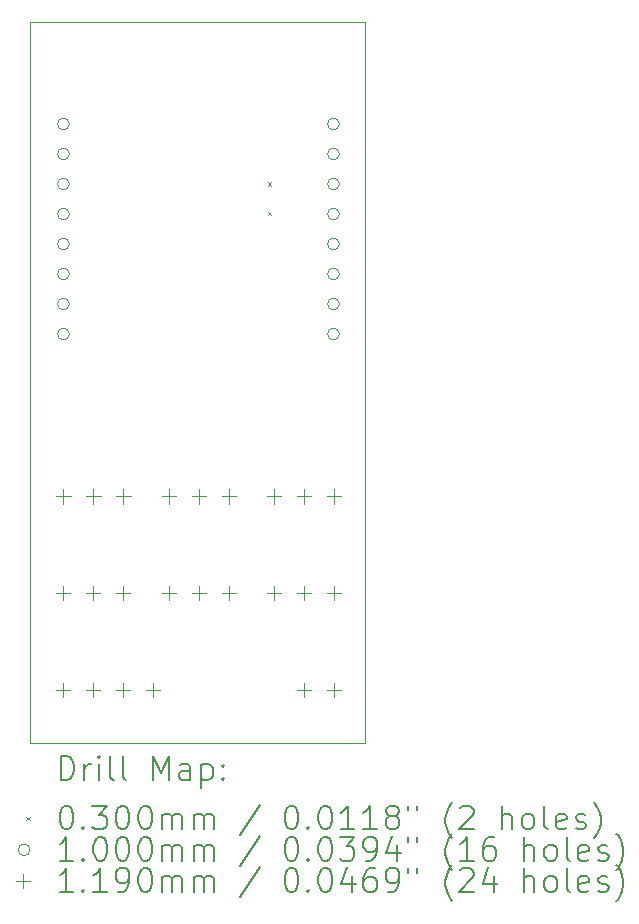
<source format=gbr>
%TF.GenerationSoftware,KiCad,Pcbnew,8.0.4*%
%TF.CreationDate,2024-07-25T20:39:49+02:00*%
%TF.ProjectId,hmmctrl,686d6d63-7472-46c2-9e6b-696361645f70,rev?*%
%TF.SameCoordinates,Original*%
%TF.FileFunction,Drillmap*%
%TF.FilePolarity,Positive*%
%FSLAX45Y45*%
G04 Gerber Fmt 4.5, Leading zero omitted, Abs format (unit mm)*
G04 Created by KiCad (PCBNEW 8.0.4) date 2024-07-25 20:39:49*
%MOMM*%
%LPD*%
G01*
G04 APERTURE LIST*
%ADD10C,0.050000*%
%ADD11C,0.200000*%
%ADD12C,0.100000*%
%ADD13C,0.119000*%
G04 APERTURE END LIST*
D10*
X8795000Y-2970000D02*
X11625000Y-2970000D01*
X11625000Y-9070000D01*
X8795000Y-9070000D01*
X8795000Y-2970000D01*
D11*
D12*
X10805000Y-4325000D02*
X10835000Y-4355000D01*
X10835000Y-4325000D02*
X10805000Y-4355000D01*
X10805000Y-4575000D02*
X10835000Y-4605000D01*
X10835000Y-4575000D02*
X10805000Y-4605000D01*
X9125500Y-3831000D02*
G75*
G02*
X9025500Y-3831000I-50000J0D01*
G01*
X9025500Y-3831000D02*
G75*
G02*
X9125500Y-3831000I50000J0D01*
G01*
X9125500Y-4085000D02*
G75*
G02*
X9025500Y-4085000I-50000J0D01*
G01*
X9025500Y-4085000D02*
G75*
G02*
X9125500Y-4085000I50000J0D01*
G01*
X9125500Y-4339000D02*
G75*
G02*
X9025500Y-4339000I-50000J0D01*
G01*
X9025500Y-4339000D02*
G75*
G02*
X9125500Y-4339000I50000J0D01*
G01*
X9125500Y-4593000D02*
G75*
G02*
X9025500Y-4593000I-50000J0D01*
G01*
X9025500Y-4593000D02*
G75*
G02*
X9125500Y-4593000I50000J0D01*
G01*
X9125500Y-4847000D02*
G75*
G02*
X9025500Y-4847000I-50000J0D01*
G01*
X9025500Y-4847000D02*
G75*
G02*
X9125500Y-4847000I50000J0D01*
G01*
X9125500Y-5101000D02*
G75*
G02*
X9025500Y-5101000I-50000J0D01*
G01*
X9025500Y-5101000D02*
G75*
G02*
X9125500Y-5101000I50000J0D01*
G01*
X9125500Y-5355000D02*
G75*
G02*
X9025500Y-5355000I-50000J0D01*
G01*
X9025500Y-5355000D02*
G75*
G02*
X9125500Y-5355000I50000J0D01*
G01*
X9125500Y-5609000D02*
G75*
G02*
X9025500Y-5609000I-50000J0D01*
G01*
X9025500Y-5609000D02*
G75*
G02*
X9125500Y-5609000I50000J0D01*
G01*
X11411500Y-3831000D02*
G75*
G02*
X11311500Y-3831000I-50000J0D01*
G01*
X11311500Y-3831000D02*
G75*
G02*
X11411500Y-3831000I50000J0D01*
G01*
X11411500Y-4085000D02*
G75*
G02*
X11311500Y-4085000I-50000J0D01*
G01*
X11311500Y-4085000D02*
G75*
G02*
X11411500Y-4085000I50000J0D01*
G01*
X11411500Y-4339000D02*
G75*
G02*
X11311500Y-4339000I-50000J0D01*
G01*
X11311500Y-4339000D02*
G75*
G02*
X11411500Y-4339000I50000J0D01*
G01*
X11411500Y-4593000D02*
G75*
G02*
X11311500Y-4593000I-50000J0D01*
G01*
X11311500Y-4593000D02*
G75*
G02*
X11411500Y-4593000I50000J0D01*
G01*
X11411500Y-4847000D02*
G75*
G02*
X11311500Y-4847000I-50000J0D01*
G01*
X11311500Y-4847000D02*
G75*
G02*
X11411500Y-4847000I50000J0D01*
G01*
X11411500Y-5101000D02*
G75*
G02*
X11311500Y-5101000I-50000J0D01*
G01*
X11311500Y-5101000D02*
G75*
G02*
X11411500Y-5101000I50000J0D01*
G01*
X11411500Y-5355000D02*
G75*
G02*
X11311500Y-5355000I-50000J0D01*
G01*
X11311500Y-5355000D02*
G75*
G02*
X11411500Y-5355000I50000J0D01*
G01*
X11411500Y-5609000D02*
G75*
G02*
X11311500Y-5609000I-50000J0D01*
G01*
X11311500Y-5609000D02*
G75*
G02*
X11411500Y-5609000I50000J0D01*
G01*
D13*
X9073000Y-8563500D02*
X9073000Y-8682500D01*
X9013500Y-8623000D02*
X9132500Y-8623000D01*
X9075000Y-7745500D02*
X9075000Y-7864500D01*
X9015500Y-7805000D02*
X9134500Y-7805000D01*
X9076000Y-6925500D02*
X9076000Y-7044500D01*
X9016500Y-6985000D02*
X9135500Y-6985000D01*
X9327000Y-8563500D02*
X9327000Y-8682500D01*
X9267500Y-8623000D02*
X9386500Y-8623000D01*
X9329000Y-7745500D02*
X9329000Y-7864500D01*
X9269500Y-7805000D02*
X9388500Y-7805000D01*
X9330000Y-6925500D02*
X9330000Y-7044500D01*
X9270500Y-6985000D02*
X9389500Y-6985000D01*
X9581000Y-8563500D02*
X9581000Y-8682500D01*
X9521500Y-8623000D02*
X9640500Y-8623000D01*
X9583000Y-7745500D02*
X9583000Y-7864500D01*
X9523500Y-7805000D02*
X9642500Y-7805000D01*
X9584000Y-6925500D02*
X9584000Y-7044500D01*
X9524500Y-6985000D02*
X9643500Y-6985000D01*
X9835000Y-8563500D02*
X9835000Y-8682500D01*
X9775500Y-8623000D02*
X9894500Y-8623000D01*
X9967000Y-6925500D02*
X9967000Y-7044500D01*
X9907500Y-6985000D02*
X10026500Y-6985000D01*
X9967500Y-7745500D02*
X9967500Y-7864500D01*
X9908000Y-7805000D02*
X10027000Y-7805000D01*
X10221000Y-6925500D02*
X10221000Y-7044500D01*
X10161500Y-6985000D02*
X10280500Y-6985000D01*
X10221500Y-7745500D02*
X10221500Y-7864500D01*
X10162000Y-7805000D02*
X10281000Y-7805000D01*
X10475000Y-6925500D02*
X10475000Y-7044500D01*
X10415500Y-6985000D02*
X10534500Y-6985000D01*
X10475500Y-7745500D02*
X10475500Y-7864500D01*
X10416000Y-7805000D02*
X10535000Y-7805000D01*
X10860000Y-7746000D02*
X10860000Y-7865000D01*
X10800500Y-7805500D02*
X10919500Y-7805500D01*
X10862000Y-6925500D02*
X10862000Y-7044500D01*
X10802500Y-6985000D02*
X10921500Y-6985000D01*
X11114000Y-7746000D02*
X11114000Y-7865000D01*
X11054500Y-7805500D02*
X11173500Y-7805500D01*
X11116000Y-6925500D02*
X11116000Y-7044500D01*
X11056500Y-6985000D02*
X11175500Y-6985000D01*
X11116000Y-8563500D02*
X11116000Y-8682500D01*
X11056500Y-8623000D02*
X11175500Y-8623000D01*
X11368000Y-7746000D02*
X11368000Y-7865000D01*
X11308500Y-7805500D02*
X11427500Y-7805500D01*
X11370000Y-6925500D02*
X11370000Y-7044500D01*
X11310500Y-6985000D02*
X11429500Y-6985000D01*
X11370000Y-8563500D02*
X11370000Y-8682500D01*
X11310500Y-8623000D02*
X11429500Y-8623000D01*
D11*
X9053277Y-9383984D02*
X9053277Y-9183984D01*
X9053277Y-9183984D02*
X9100896Y-9183984D01*
X9100896Y-9183984D02*
X9129467Y-9193508D01*
X9129467Y-9193508D02*
X9148515Y-9212555D01*
X9148515Y-9212555D02*
X9158039Y-9231603D01*
X9158039Y-9231603D02*
X9167563Y-9269698D01*
X9167563Y-9269698D02*
X9167563Y-9298270D01*
X9167563Y-9298270D02*
X9158039Y-9336365D01*
X9158039Y-9336365D02*
X9148515Y-9355412D01*
X9148515Y-9355412D02*
X9129467Y-9374460D01*
X9129467Y-9374460D02*
X9100896Y-9383984D01*
X9100896Y-9383984D02*
X9053277Y-9383984D01*
X9253277Y-9383984D02*
X9253277Y-9250650D01*
X9253277Y-9288746D02*
X9262801Y-9269698D01*
X9262801Y-9269698D02*
X9272324Y-9260174D01*
X9272324Y-9260174D02*
X9291372Y-9250650D01*
X9291372Y-9250650D02*
X9310420Y-9250650D01*
X9377086Y-9383984D02*
X9377086Y-9250650D01*
X9377086Y-9183984D02*
X9367563Y-9193508D01*
X9367563Y-9193508D02*
X9377086Y-9203031D01*
X9377086Y-9203031D02*
X9386610Y-9193508D01*
X9386610Y-9193508D02*
X9377086Y-9183984D01*
X9377086Y-9183984D02*
X9377086Y-9203031D01*
X9500896Y-9383984D02*
X9481848Y-9374460D01*
X9481848Y-9374460D02*
X9472324Y-9355412D01*
X9472324Y-9355412D02*
X9472324Y-9183984D01*
X9605658Y-9383984D02*
X9586610Y-9374460D01*
X9586610Y-9374460D02*
X9577086Y-9355412D01*
X9577086Y-9355412D02*
X9577086Y-9183984D01*
X9834229Y-9383984D02*
X9834229Y-9183984D01*
X9834229Y-9183984D02*
X9900896Y-9326841D01*
X9900896Y-9326841D02*
X9967563Y-9183984D01*
X9967563Y-9183984D02*
X9967563Y-9383984D01*
X10148515Y-9383984D02*
X10148515Y-9279222D01*
X10148515Y-9279222D02*
X10138991Y-9260174D01*
X10138991Y-9260174D02*
X10119944Y-9250650D01*
X10119944Y-9250650D02*
X10081848Y-9250650D01*
X10081848Y-9250650D02*
X10062801Y-9260174D01*
X10148515Y-9374460D02*
X10129467Y-9383984D01*
X10129467Y-9383984D02*
X10081848Y-9383984D01*
X10081848Y-9383984D02*
X10062801Y-9374460D01*
X10062801Y-9374460D02*
X10053277Y-9355412D01*
X10053277Y-9355412D02*
X10053277Y-9336365D01*
X10053277Y-9336365D02*
X10062801Y-9317317D01*
X10062801Y-9317317D02*
X10081848Y-9307793D01*
X10081848Y-9307793D02*
X10129467Y-9307793D01*
X10129467Y-9307793D02*
X10148515Y-9298270D01*
X10243753Y-9250650D02*
X10243753Y-9450650D01*
X10243753Y-9260174D02*
X10262801Y-9250650D01*
X10262801Y-9250650D02*
X10300896Y-9250650D01*
X10300896Y-9250650D02*
X10319944Y-9260174D01*
X10319944Y-9260174D02*
X10329467Y-9269698D01*
X10329467Y-9269698D02*
X10338991Y-9288746D01*
X10338991Y-9288746D02*
X10338991Y-9345889D01*
X10338991Y-9345889D02*
X10329467Y-9364936D01*
X10329467Y-9364936D02*
X10319944Y-9374460D01*
X10319944Y-9374460D02*
X10300896Y-9383984D01*
X10300896Y-9383984D02*
X10262801Y-9383984D01*
X10262801Y-9383984D02*
X10243753Y-9374460D01*
X10424705Y-9364936D02*
X10434229Y-9374460D01*
X10434229Y-9374460D02*
X10424705Y-9383984D01*
X10424705Y-9383984D02*
X10415182Y-9374460D01*
X10415182Y-9374460D02*
X10424705Y-9364936D01*
X10424705Y-9364936D02*
X10424705Y-9383984D01*
X10424705Y-9260174D02*
X10434229Y-9269698D01*
X10434229Y-9269698D02*
X10424705Y-9279222D01*
X10424705Y-9279222D02*
X10415182Y-9269698D01*
X10415182Y-9269698D02*
X10424705Y-9260174D01*
X10424705Y-9260174D02*
X10424705Y-9279222D01*
D12*
X8762500Y-9697500D02*
X8792500Y-9727500D01*
X8792500Y-9697500D02*
X8762500Y-9727500D01*
D11*
X9091372Y-9603984D02*
X9110420Y-9603984D01*
X9110420Y-9603984D02*
X9129467Y-9613508D01*
X9129467Y-9613508D02*
X9138991Y-9623031D01*
X9138991Y-9623031D02*
X9148515Y-9642079D01*
X9148515Y-9642079D02*
X9158039Y-9680174D01*
X9158039Y-9680174D02*
X9158039Y-9727793D01*
X9158039Y-9727793D02*
X9148515Y-9765889D01*
X9148515Y-9765889D02*
X9138991Y-9784936D01*
X9138991Y-9784936D02*
X9129467Y-9794460D01*
X9129467Y-9794460D02*
X9110420Y-9803984D01*
X9110420Y-9803984D02*
X9091372Y-9803984D01*
X9091372Y-9803984D02*
X9072324Y-9794460D01*
X9072324Y-9794460D02*
X9062801Y-9784936D01*
X9062801Y-9784936D02*
X9053277Y-9765889D01*
X9053277Y-9765889D02*
X9043753Y-9727793D01*
X9043753Y-9727793D02*
X9043753Y-9680174D01*
X9043753Y-9680174D02*
X9053277Y-9642079D01*
X9053277Y-9642079D02*
X9062801Y-9623031D01*
X9062801Y-9623031D02*
X9072324Y-9613508D01*
X9072324Y-9613508D02*
X9091372Y-9603984D01*
X9243753Y-9784936D02*
X9253277Y-9794460D01*
X9253277Y-9794460D02*
X9243753Y-9803984D01*
X9243753Y-9803984D02*
X9234229Y-9794460D01*
X9234229Y-9794460D02*
X9243753Y-9784936D01*
X9243753Y-9784936D02*
X9243753Y-9803984D01*
X9319944Y-9603984D02*
X9443753Y-9603984D01*
X9443753Y-9603984D02*
X9377086Y-9680174D01*
X9377086Y-9680174D02*
X9405658Y-9680174D01*
X9405658Y-9680174D02*
X9424705Y-9689698D01*
X9424705Y-9689698D02*
X9434229Y-9699222D01*
X9434229Y-9699222D02*
X9443753Y-9718270D01*
X9443753Y-9718270D02*
X9443753Y-9765889D01*
X9443753Y-9765889D02*
X9434229Y-9784936D01*
X9434229Y-9784936D02*
X9424705Y-9794460D01*
X9424705Y-9794460D02*
X9405658Y-9803984D01*
X9405658Y-9803984D02*
X9348515Y-9803984D01*
X9348515Y-9803984D02*
X9329467Y-9794460D01*
X9329467Y-9794460D02*
X9319944Y-9784936D01*
X9567563Y-9603984D02*
X9586610Y-9603984D01*
X9586610Y-9603984D02*
X9605658Y-9613508D01*
X9605658Y-9613508D02*
X9615182Y-9623031D01*
X9615182Y-9623031D02*
X9624705Y-9642079D01*
X9624705Y-9642079D02*
X9634229Y-9680174D01*
X9634229Y-9680174D02*
X9634229Y-9727793D01*
X9634229Y-9727793D02*
X9624705Y-9765889D01*
X9624705Y-9765889D02*
X9615182Y-9784936D01*
X9615182Y-9784936D02*
X9605658Y-9794460D01*
X9605658Y-9794460D02*
X9586610Y-9803984D01*
X9586610Y-9803984D02*
X9567563Y-9803984D01*
X9567563Y-9803984D02*
X9548515Y-9794460D01*
X9548515Y-9794460D02*
X9538991Y-9784936D01*
X9538991Y-9784936D02*
X9529467Y-9765889D01*
X9529467Y-9765889D02*
X9519944Y-9727793D01*
X9519944Y-9727793D02*
X9519944Y-9680174D01*
X9519944Y-9680174D02*
X9529467Y-9642079D01*
X9529467Y-9642079D02*
X9538991Y-9623031D01*
X9538991Y-9623031D02*
X9548515Y-9613508D01*
X9548515Y-9613508D02*
X9567563Y-9603984D01*
X9758039Y-9603984D02*
X9777086Y-9603984D01*
X9777086Y-9603984D02*
X9796134Y-9613508D01*
X9796134Y-9613508D02*
X9805658Y-9623031D01*
X9805658Y-9623031D02*
X9815182Y-9642079D01*
X9815182Y-9642079D02*
X9824705Y-9680174D01*
X9824705Y-9680174D02*
X9824705Y-9727793D01*
X9824705Y-9727793D02*
X9815182Y-9765889D01*
X9815182Y-9765889D02*
X9805658Y-9784936D01*
X9805658Y-9784936D02*
X9796134Y-9794460D01*
X9796134Y-9794460D02*
X9777086Y-9803984D01*
X9777086Y-9803984D02*
X9758039Y-9803984D01*
X9758039Y-9803984D02*
X9738991Y-9794460D01*
X9738991Y-9794460D02*
X9729467Y-9784936D01*
X9729467Y-9784936D02*
X9719944Y-9765889D01*
X9719944Y-9765889D02*
X9710420Y-9727793D01*
X9710420Y-9727793D02*
X9710420Y-9680174D01*
X9710420Y-9680174D02*
X9719944Y-9642079D01*
X9719944Y-9642079D02*
X9729467Y-9623031D01*
X9729467Y-9623031D02*
X9738991Y-9613508D01*
X9738991Y-9613508D02*
X9758039Y-9603984D01*
X9910420Y-9803984D02*
X9910420Y-9670650D01*
X9910420Y-9689698D02*
X9919944Y-9680174D01*
X9919944Y-9680174D02*
X9938991Y-9670650D01*
X9938991Y-9670650D02*
X9967563Y-9670650D01*
X9967563Y-9670650D02*
X9986610Y-9680174D01*
X9986610Y-9680174D02*
X9996134Y-9699222D01*
X9996134Y-9699222D02*
X9996134Y-9803984D01*
X9996134Y-9699222D02*
X10005658Y-9680174D01*
X10005658Y-9680174D02*
X10024705Y-9670650D01*
X10024705Y-9670650D02*
X10053277Y-9670650D01*
X10053277Y-9670650D02*
X10072325Y-9680174D01*
X10072325Y-9680174D02*
X10081848Y-9699222D01*
X10081848Y-9699222D02*
X10081848Y-9803984D01*
X10177086Y-9803984D02*
X10177086Y-9670650D01*
X10177086Y-9689698D02*
X10186610Y-9680174D01*
X10186610Y-9680174D02*
X10205658Y-9670650D01*
X10205658Y-9670650D02*
X10234229Y-9670650D01*
X10234229Y-9670650D02*
X10253277Y-9680174D01*
X10253277Y-9680174D02*
X10262801Y-9699222D01*
X10262801Y-9699222D02*
X10262801Y-9803984D01*
X10262801Y-9699222D02*
X10272325Y-9680174D01*
X10272325Y-9680174D02*
X10291372Y-9670650D01*
X10291372Y-9670650D02*
X10319944Y-9670650D01*
X10319944Y-9670650D02*
X10338991Y-9680174D01*
X10338991Y-9680174D02*
X10348515Y-9699222D01*
X10348515Y-9699222D02*
X10348515Y-9803984D01*
X10738991Y-9594460D02*
X10567563Y-9851603D01*
X10996134Y-9603984D02*
X11015182Y-9603984D01*
X11015182Y-9603984D02*
X11034229Y-9613508D01*
X11034229Y-9613508D02*
X11043753Y-9623031D01*
X11043753Y-9623031D02*
X11053277Y-9642079D01*
X11053277Y-9642079D02*
X11062801Y-9680174D01*
X11062801Y-9680174D02*
X11062801Y-9727793D01*
X11062801Y-9727793D02*
X11053277Y-9765889D01*
X11053277Y-9765889D02*
X11043753Y-9784936D01*
X11043753Y-9784936D02*
X11034229Y-9794460D01*
X11034229Y-9794460D02*
X11015182Y-9803984D01*
X11015182Y-9803984D02*
X10996134Y-9803984D01*
X10996134Y-9803984D02*
X10977087Y-9794460D01*
X10977087Y-9794460D02*
X10967563Y-9784936D01*
X10967563Y-9784936D02*
X10958039Y-9765889D01*
X10958039Y-9765889D02*
X10948515Y-9727793D01*
X10948515Y-9727793D02*
X10948515Y-9680174D01*
X10948515Y-9680174D02*
X10958039Y-9642079D01*
X10958039Y-9642079D02*
X10967563Y-9623031D01*
X10967563Y-9623031D02*
X10977087Y-9613508D01*
X10977087Y-9613508D02*
X10996134Y-9603984D01*
X11148515Y-9784936D02*
X11158039Y-9794460D01*
X11158039Y-9794460D02*
X11148515Y-9803984D01*
X11148515Y-9803984D02*
X11138991Y-9794460D01*
X11138991Y-9794460D02*
X11148515Y-9784936D01*
X11148515Y-9784936D02*
X11148515Y-9803984D01*
X11281848Y-9603984D02*
X11300896Y-9603984D01*
X11300896Y-9603984D02*
X11319944Y-9613508D01*
X11319944Y-9613508D02*
X11329467Y-9623031D01*
X11329467Y-9623031D02*
X11338991Y-9642079D01*
X11338991Y-9642079D02*
X11348515Y-9680174D01*
X11348515Y-9680174D02*
X11348515Y-9727793D01*
X11348515Y-9727793D02*
X11338991Y-9765889D01*
X11338991Y-9765889D02*
X11329467Y-9784936D01*
X11329467Y-9784936D02*
X11319944Y-9794460D01*
X11319944Y-9794460D02*
X11300896Y-9803984D01*
X11300896Y-9803984D02*
X11281848Y-9803984D01*
X11281848Y-9803984D02*
X11262801Y-9794460D01*
X11262801Y-9794460D02*
X11253277Y-9784936D01*
X11253277Y-9784936D02*
X11243753Y-9765889D01*
X11243753Y-9765889D02*
X11234229Y-9727793D01*
X11234229Y-9727793D02*
X11234229Y-9680174D01*
X11234229Y-9680174D02*
X11243753Y-9642079D01*
X11243753Y-9642079D02*
X11253277Y-9623031D01*
X11253277Y-9623031D02*
X11262801Y-9613508D01*
X11262801Y-9613508D02*
X11281848Y-9603984D01*
X11538991Y-9803984D02*
X11424706Y-9803984D01*
X11481848Y-9803984D02*
X11481848Y-9603984D01*
X11481848Y-9603984D02*
X11462801Y-9632555D01*
X11462801Y-9632555D02*
X11443753Y-9651603D01*
X11443753Y-9651603D02*
X11424706Y-9661127D01*
X11729467Y-9803984D02*
X11615182Y-9803984D01*
X11672325Y-9803984D02*
X11672325Y-9603984D01*
X11672325Y-9603984D02*
X11653277Y-9632555D01*
X11653277Y-9632555D02*
X11634229Y-9651603D01*
X11634229Y-9651603D02*
X11615182Y-9661127D01*
X11843753Y-9689698D02*
X11824706Y-9680174D01*
X11824706Y-9680174D02*
X11815182Y-9670650D01*
X11815182Y-9670650D02*
X11805658Y-9651603D01*
X11805658Y-9651603D02*
X11805658Y-9642079D01*
X11805658Y-9642079D02*
X11815182Y-9623031D01*
X11815182Y-9623031D02*
X11824706Y-9613508D01*
X11824706Y-9613508D02*
X11843753Y-9603984D01*
X11843753Y-9603984D02*
X11881848Y-9603984D01*
X11881848Y-9603984D02*
X11900896Y-9613508D01*
X11900896Y-9613508D02*
X11910420Y-9623031D01*
X11910420Y-9623031D02*
X11919944Y-9642079D01*
X11919944Y-9642079D02*
X11919944Y-9651603D01*
X11919944Y-9651603D02*
X11910420Y-9670650D01*
X11910420Y-9670650D02*
X11900896Y-9680174D01*
X11900896Y-9680174D02*
X11881848Y-9689698D01*
X11881848Y-9689698D02*
X11843753Y-9689698D01*
X11843753Y-9689698D02*
X11824706Y-9699222D01*
X11824706Y-9699222D02*
X11815182Y-9708746D01*
X11815182Y-9708746D02*
X11805658Y-9727793D01*
X11805658Y-9727793D02*
X11805658Y-9765889D01*
X11805658Y-9765889D02*
X11815182Y-9784936D01*
X11815182Y-9784936D02*
X11824706Y-9794460D01*
X11824706Y-9794460D02*
X11843753Y-9803984D01*
X11843753Y-9803984D02*
X11881848Y-9803984D01*
X11881848Y-9803984D02*
X11900896Y-9794460D01*
X11900896Y-9794460D02*
X11910420Y-9784936D01*
X11910420Y-9784936D02*
X11919944Y-9765889D01*
X11919944Y-9765889D02*
X11919944Y-9727793D01*
X11919944Y-9727793D02*
X11910420Y-9708746D01*
X11910420Y-9708746D02*
X11900896Y-9699222D01*
X11900896Y-9699222D02*
X11881848Y-9689698D01*
X11996134Y-9603984D02*
X11996134Y-9642079D01*
X12072325Y-9603984D02*
X12072325Y-9642079D01*
X12367563Y-9880174D02*
X12358039Y-9870650D01*
X12358039Y-9870650D02*
X12338991Y-9842079D01*
X12338991Y-9842079D02*
X12329468Y-9823031D01*
X12329468Y-9823031D02*
X12319944Y-9794460D01*
X12319944Y-9794460D02*
X12310420Y-9746841D01*
X12310420Y-9746841D02*
X12310420Y-9708746D01*
X12310420Y-9708746D02*
X12319944Y-9661127D01*
X12319944Y-9661127D02*
X12329468Y-9632555D01*
X12329468Y-9632555D02*
X12338991Y-9613508D01*
X12338991Y-9613508D02*
X12358039Y-9584936D01*
X12358039Y-9584936D02*
X12367563Y-9575412D01*
X12434229Y-9623031D02*
X12443753Y-9613508D01*
X12443753Y-9613508D02*
X12462801Y-9603984D01*
X12462801Y-9603984D02*
X12510420Y-9603984D01*
X12510420Y-9603984D02*
X12529468Y-9613508D01*
X12529468Y-9613508D02*
X12538991Y-9623031D01*
X12538991Y-9623031D02*
X12548515Y-9642079D01*
X12548515Y-9642079D02*
X12548515Y-9661127D01*
X12548515Y-9661127D02*
X12538991Y-9689698D01*
X12538991Y-9689698D02*
X12424706Y-9803984D01*
X12424706Y-9803984D02*
X12548515Y-9803984D01*
X12786610Y-9803984D02*
X12786610Y-9603984D01*
X12872325Y-9803984D02*
X12872325Y-9699222D01*
X12872325Y-9699222D02*
X12862801Y-9680174D01*
X12862801Y-9680174D02*
X12843753Y-9670650D01*
X12843753Y-9670650D02*
X12815182Y-9670650D01*
X12815182Y-9670650D02*
X12796134Y-9680174D01*
X12796134Y-9680174D02*
X12786610Y-9689698D01*
X12996134Y-9803984D02*
X12977087Y-9794460D01*
X12977087Y-9794460D02*
X12967563Y-9784936D01*
X12967563Y-9784936D02*
X12958039Y-9765889D01*
X12958039Y-9765889D02*
X12958039Y-9708746D01*
X12958039Y-9708746D02*
X12967563Y-9689698D01*
X12967563Y-9689698D02*
X12977087Y-9680174D01*
X12977087Y-9680174D02*
X12996134Y-9670650D01*
X12996134Y-9670650D02*
X13024706Y-9670650D01*
X13024706Y-9670650D02*
X13043753Y-9680174D01*
X13043753Y-9680174D02*
X13053277Y-9689698D01*
X13053277Y-9689698D02*
X13062801Y-9708746D01*
X13062801Y-9708746D02*
X13062801Y-9765889D01*
X13062801Y-9765889D02*
X13053277Y-9784936D01*
X13053277Y-9784936D02*
X13043753Y-9794460D01*
X13043753Y-9794460D02*
X13024706Y-9803984D01*
X13024706Y-9803984D02*
X12996134Y-9803984D01*
X13177087Y-9803984D02*
X13158039Y-9794460D01*
X13158039Y-9794460D02*
X13148515Y-9775412D01*
X13148515Y-9775412D02*
X13148515Y-9603984D01*
X13329468Y-9794460D02*
X13310420Y-9803984D01*
X13310420Y-9803984D02*
X13272325Y-9803984D01*
X13272325Y-9803984D02*
X13253277Y-9794460D01*
X13253277Y-9794460D02*
X13243753Y-9775412D01*
X13243753Y-9775412D02*
X13243753Y-9699222D01*
X13243753Y-9699222D02*
X13253277Y-9680174D01*
X13253277Y-9680174D02*
X13272325Y-9670650D01*
X13272325Y-9670650D02*
X13310420Y-9670650D01*
X13310420Y-9670650D02*
X13329468Y-9680174D01*
X13329468Y-9680174D02*
X13338991Y-9699222D01*
X13338991Y-9699222D02*
X13338991Y-9718270D01*
X13338991Y-9718270D02*
X13243753Y-9737317D01*
X13415182Y-9794460D02*
X13434230Y-9803984D01*
X13434230Y-9803984D02*
X13472325Y-9803984D01*
X13472325Y-9803984D02*
X13491372Y-9794460D01*
X13491372Y-9794460D02*
X13500896Y-9775412D01*
X13500896Y-9775412D02*
X13500896Y-9765889D01*
X13500896Y-9765889D02*
X13491372Y-9746841D01*
X13491372Y-9746841D02*
X13472325Y-9737317D01*
X13472325Y-9737317D02*
X13443753Y-9737317D01*
X13443753Y-9737317D02*
X13424706Y-9727793D01*
X13424706Y-9727793D02*
X13415182Y-9708746D01*
X13415182Y-9708746D02*
X13415182Y-9699222D01*
X13415182Y-9699222D02*
X13424706Y-9680174D01*
X13424706Y-9680174D02*
X13443753Y-9670650D01*
X13443753Y-9670650D02*
X13472325Y-9670650D01*
X13472325Y-9670650D02*
X13491372Y-9680174D01*
X13567563Y-9880174D02*
X13577087Y-9870650D01*
X13577087Y-9870650D02*
X13596134Y-9842079D01*
X13596134Y-9842079D02*
X13605658Y-9823031D01*
X13605658Y-9823031D02*
X13615182Y-9794460D01*
X13615182Y-9794460D02*
X13624706Y-9746841D01*
X13624706Y-9746841D02*
X13624706Y-9708746D01*
X13624706Y-9708746D02*
X13615182Y-9661127D01*
X13615182Y-9661127D02*
X13605658Y-9632555D01*
X13605658Y-9632555D02*
X13596134Y-9613508D01*
X13596134Y-9613508D02*
X13577087Y-9584936D01*
X13577087Y-9584936D02*
X13567563Y-9575412D01*
D12*
X8792500Y-9976500D02*
G75*
G02*
X8692500Y-9976500I-50000J0D01*
G01*
X8692500Y-9976500D02*
G75*
G02*
X8792500Y-9976500I50000J0D01*
G01*
D11*
X9158039Y-10067984D02*
X9043753Y-10067984D01*
X9100896Y-10067984D02*
X9100896Y-9867984D01*
X9100896Y-9867984D02*
X9081848Y-9896555D01*
X9081848Y-9896555D02*
X9062801Y-9915603D01*
X9062801Y-9915603D02*
X9043753Y-9925127D01*
X9243753Y-10048936D02*
X9253277Y-10058460D01*
X9253277Y-10058460D02*
X9243753Y-10067984D01*
X9243753Y-10067984D02*
X9234229Y-10058460D01*
X9234229Y-10058460D02*
X9243753Y-10048936D01*
X9243753Y-10048936D02*
X9243753Y-10067984D01*
X9377086Y-9867984D02*
X9396134Y-9867984D01*
X9396134Y-9867984D02*
X9415182Y-9877508D01*
X9415182Y-9877508D02*
X9424705Y-9887031D01*
X9424705Y-9887031D02*
X9434229Y-9906079D01*
X9434229Y-9906079D02*
X9443753Y-9944174D01*
X9443753Y-9944174D02*
X9443753Y-9991793D01*
X9443753Y-9991793D02*
X9434229Y-10029889D01*
X9434229Y-10029889D02*
X9424705Y-10048936D01*
X9424705Y-10048936D02*
X9415182Y-10058460D01*
X9415182Y-10058460D02*
X9396134Y-10067984D01*
X9396134Y-10067984D02*
X9377086Y-10067984D01*
X9377086Y-10067984D02*
X9358039Y-10058460D01*
X9358039Y-10058460D02*
X9348515Y-10048936D01*
X9348515Y-10048936D02*
X9338991Y-10029889D01*
X9338991Y-10029889D02*
X9329467Y-9991793D01*
X9329467Y-9991793D02*
X9329467Y-9944174D01*
X9329467Y-9944174D02*
X9338991Y-9906079D01*
X9338991Y-9906079D02*
X9348515Y-9887031D01*
X9348515Y-9887031D02*
X9358039Y-9877508D01*
X9358039Y-9877508D02*
X9377086Y-9867984D01*
X9567563Y-9867984D02*
X9586610Y-9867984D01*
X9586610Y-9867984D02*
X9605658Y-9877508D01*
X9605658Y-9877508D02*
X9615182Y-9887031D01*
X9615182Y-9887031D02*
X9624705Y-9906079D01*
X9624705Y-9906079D02*
X9634229Y-9944174D01*
X9634229Y-9944174D02*
X9634229Y-9991793D01*
X9634229Y-9991793D02*
X9624705Y-10029889D01*
X9624705Y-10029889D02*
X9615182Y-10048936D01*
X9615182Y-10048936D02*
X9605658Y-10058460D01*
X9605658Y-10058460D02*
X9586610Y-10067984D01*
X9586610Y-10067984D02*
X9567563Y-10067984D01*
X9567563Y-10067984D02*
X9548515Y-10058460D01*
X9548515Y-10058460D02*
X9538991Y-10048936D01*
X9538991Y-10048936D02*
X9529467Y-10029889D01*
X9529467Y-10029889D02*
X9519944Y-9991793D01*
X9519944Y-9991793D02*
X9519944Y-9944174D01*
X9519944Y-9944174D02*
X9529467Y-9906079D01*
X9529467Y-9906079D02*
X9538991Y-9887031D01*
X9538991Y-9887031D02*
X9548515Y-9877508D01*
X9548515Y-9877508D02*
X9567563Y-9867984D01*
X9758039Y-9867984D02*
X9777086Y-9867984D01*
X9777086Y-9867984D02*
X9796134Y-9877508D01*
X9796134Y-9877508D02*
X9805658Y-9887031D01*
X9805658Y-9887031D02*
X9815182Y-9906079D01*
X9815182Y-9906079D02*
X9824705Y-9944174D01*
X9824705Y-9944174D02*
X9824705Y-9991793D01*
X9824705Y-9991793D02*
X9815182Y-10029889D01*
X9815182Y-10029889D02*
X9805658Y-10048936D01*
X9805658Y-10048936D02*
X9796134Y-10058460D01*
X9796134Y-10058460D02*
X9777086Y-10067984D01*
X9777086Y-10067984D02*
X9758039Y-10067984D01*
X9758039Y-10067984D02*
X9738991Y-10058460D01*
X9738991Y-10058460D02*
X9729467Y-10048936D01*
X9729467Y-10048936D02*
X9719944Y-10029889D01*
X9719944Y-10029889D02*
X9710420Y-9991793D01*
X9710420Y-9991793D02*
X9710420Y-9944174D01*
X9710420Y-9944174D02*
X9719944Y-9906079D01*
X9719944Y-9906079D02*
X9729467Y-9887031D01*
X9729467Y-9887031D02*
X9738991Y-9877508D01*
X9738991Y-9877508D02*
X9758039Y-9867984D01*
X9910420Y-10067984D02*
X9910420Y-9934650D01*
X9910420Y-9953698D02*
X9919944Y-9944174D01*
X9919944Y-9944174D02*
X9938991Y-9934650D01*
X9938991Y-9934650D02*
X9967563Y-9934650D01*
X9967563Y-9934650D02*
X9986610Y-9944174D01*
X9986610Y-9944174D02*
X9996134Y-9963222D01*
X9996134Y-9963222D02*
X9996134Y-10067984D01*
X9996134Y-9963222D02*
X10005658Y-9944174D01*
X10005658Y-9944174D02*
X10024705Y-9934650D01*
X10024705Y-9934650D02*
X10053277Y-9934650D01*
X10053277Y-9934650D02*
X10072325Y-9944174D01*
X10072325Y-9944174D02*
X10081848Y-9963222D01*
X10081848Y-9963222D02*
X10081848Y-10067984D01*
X10177086Y-10067984D02*
X10177086Y-9934650D01*
X10177086Y-9953698D02*
X10186610Y-9944174D01*
X10186610Y-9944174D02*
X10205658Y-9934650D01*
X10205658Y-9934650D02*
X10234229Y-9934650D01*
X10234229Y-9934650D02*
X10253277Y-9944174D01*
X10253277Y-9944174D02*
X10262801Y-9963222D01*
X10262801Y-9963222D02*
X10262801Y-10067984D01*
X10262801Y-9963222D02*
X10272325Y-9944174D01*
X10272325Y-9944174D02*
X10291372Y-9934650D01*
X10291372Y-9934650D02*
X10319944Y-9934650D01*
X10319944Y-9934650D02*
X10338991Y-9944174D01*
X10338991Y-9944174D02*
X10348515Y-9963222D01*
X10348515Y-9963222D02*
X10348515Y-10067984D01*
X10738991Y-9858460D02*
X10567563Y-10115603D01*
X10996134Y-9867984D02*
X11015182Y-9867984D01*
X11015182Y-9867984D02*
X11034229Y-9877508D01*
X11034229Y-9877508D02*
X11043753Y-9887031D01*
X11043753Y-9887031D02*
X11053277Y-9906079D01*
X11053277Y-9906079D02*
X11062801Y-9944174D01*
X11062801Y-9944174D02*
X11062801Y-9991793D01*
X11062801Y-9991793D02*
X11053277Y-10029889D01*
X11053277Y-10029889D02*
X11043753Y-10048936D01*
X11043753Y-10048936D02*
X11034229Y-10058460D01*
X11034229Y-10058460D02*
X11015182Y-10067984D01*
X11015182Y-10067984D02*
X10996134Y-10067984D01*
X10996134Y-10067984D02*
X10977087Y-10058460D01*
X10977087Y-10058460D02*
X10967563Y-10048936D01*
X10967563Y-10048936D02*
X10958039Y-10029889D01*
X10958039Y-10029889D02*
X10948515Y-9991793D01*
X10948515Y-9991793D02*
X10948515Y-9944174D01*
X10948515Y-9944174D02*
X10958039Y-9906079D01*
X10958039Y-9906079D02*
X10967563Y-9887031D01*
X10967563Y-9887031D02*
X10977087Y-9877508D01*
X10977087Y-9877508D02*
X10996134Y-9867984D01*
X11148515Y-10048936D02*
X11158039Y-10058460D01*
X11158039Y-10058460D02*
X11148515Y-10067984D01*
X11148515Y-10067984D02*
X11138991Y-10058460D01*
X11138991Y-10058460D02*
X11148515Y-10048936D01*
X11148515Y-10048936D02*
X11148515Y-10067984D01*
X11281848Y-9867984D02*
X11300896Y-9867984D01*
X11300896Y-9867984D02*
X11319944Y-9877508D01*
X11319944Y-9877508D02*
X11329467Y-9887031D01*
X11329467Y-9887031D02*
X11338991Y-9906079D01*
X11338991Y-9906079D02*
X11348515Y-9944174D01*
X11348515Y-9944174D02*
X11348515Y-9991793D01*
X11348515Y-9991793D02*
X11338991Y-10029889D01*
X11338991Y-10029889D02*
X11329467Y-10048936D01*
X11329467Y-10048936D02*
X11319944Y-10058460D01*
X11319944Y-10058460D02*
X11300896Y-10067984D01*
X11300896Y-10067984D02*
X11281848Y-10067984D01*
X11281848Y-10067984D02*
X11262801Y-10058460D01*
X11262801Y-10058460D02*
X11253277Y-10048936D01*
X11253277Y-10048936D02*
X11243753Y-10029889D01*
X11243753Y-10029889D02*
X11234229Y-9991793D01*
X11234229Y-9991793D02*
X11234229Y-9944174D01*
X11234229Y-9944174D02*
X11243753Y-9906079D01*
X11243753Y-9906079D02*
X11253277Y-9887031D01*
X11253277Y-9887031D02*
X11262801Y-9877508D01*
X11262801Y-9877508D02*
X11281848Y-9867984D01*
X11415182Y-9867984D02*
X11538991Y-9867984D01*
X11538991Y-9867984D02*
X11472325Y-9944174D01*
X11472325Y-9944174D02*
X11500896Y-9944174D01*
X11500896Y-9944174D02*
X11519944Y-9953698D01*
X11519944Y-9953698D02*
X11529467Y-9963222D01*
X11529467Y-9963222D02*
X11538991Y-9982270D01*
X11538991Y-9982270D02*
X11538991Y-10029889D01*
X11538991Y-10029889D02*
X11529467Y-10048936D01*
X11529467Y-10048936D02*
X11519944Y-10058460D01*
X11519944Y-10058460D02*
X11500896Y-10067984D01*
X11500896Y-10067984D02*
X11443753Y-10067984D01*
X11443753Y-10067984D02*
X11424706Y-10058460D01*
X11424706Y-10058460D02*
X11415182Y-10048936D01*
X11634229Y-10067984D02*
X11672325Y-10067984D01*
X11672325Y-10067984D02*
X11691372Y-10058460D01*
X11691372Y-10058460D02*
X11700896Y-10048936D01*
X11700896Y-10048936D02*
X11719944Y-10020365D01*
X11719944Y-10020365D02*
X11729467Y-9982270D01*
X11729467Y-9982270D02*
X11729467Y-9906079D01*
X11729467Y-9906079D02*
X11719944Y-9887031D01*
X11719944Y-9887031D02*
X11710420Y-9877508D01*
X11710420Y-9877508D02*
X11691372Y-9867984D01*
X11691372Y-9867984D02*
X11653277Y-9867984D01*
X11653277Y-9867984D02*
X11634229Y-9877508D01*
X11634229Y-9877508D02*
X11624706Y-9887031D01*
X11624706Y-9887031D02*
X11615182Y-9906079D01*
X11615182Y-9906079D02*
X11615182Y-9953698D01*
X11615182Y-9953698D02*
X11624706Y-9972746D01*
X11624706Y-9972746D02*
X11634229Y-9982270D01*
X11634229Y-9982270D02*
X11653277Y-9991793D01*
X11653277Y-9991793D02*
X11691372Y-9991793D01*
X11691372Y-9991793D02*
X11710420Y-9982270D01*
X11710420Y-9982270D02*
X11719944Y-9972746D01*
X11719944Y-9972746D02*
X11729467Y-9953698D01*
X11900896Y-9934650D02*
X11900896Y-10067984D01*
X11853277Y-9858460D02*
X11805658Y-10001317D01*
X11805658Y-10001317D02*
X11929467Y-10001317D01*
X11996134Y-9867984D02*
X11996134Y-9906079D01*
X12072325Y-9867984D02*
X12072325Y-9906079D01*
X12367563Y-10144174D02*
X12358039Y-10134650D01*
X12358039Y-10134650D02*
X12338991Y-10106079D01*
X12338991Y-10106079D02*
X12329468Y-10087031D01*
X12329468Y-10087031D02*
X12319944Y-10058460D01*
X12319944Y-10058460D02*
X12310420Y-10010841D01*
X12310420Y-10010841D02*
X12310420Y-9972746D01*
X12310420Y-9972746D02*
X12319944Y-9925127D01*
X12319944Y-9925127D02*
X12329468Y-9896555D01*
X12329468Y-9896555D02*
X12338991Y-9877508D01*
X12338991Y-9877508D02*
X12358039Y-9848936D01*
X12358039Y-9848936D02*
X12367563Y-9839412D01*
X12548515Y-10067984D02*
X12434229Y-10067984D01*
X12491372Y-10067984D02*
X12491372Y-9867984D01*
X12491372Y-9867984D02*
X12472325Y-9896555D01*
X12472325Y-9896555D02*
X12453277Y-9915603D01*
X12453277Y-9915603D02*
X12434229Y-9925127D01*
X12719944Y-9867984D02*
X12681848Y-9867984D01*
X12681848Y-9867984D02*
X12662801Y-9877508D01*
X12662801Y-9877508D02*
X12653277Y-9887031D01*
X12653277Y-9887031D02*
X12634229Y-9915603D01*
X12634229Y-9915603D02*
X12624706Y-9953698D01*
X12624706Y-9953698D02*
X12624706Y-10029889D01*
X12624706Y-10029889D02*
X12634229Y-10048936D01*
X12634229Y-10048936D02*
X12643753Y-10058460D01*
X12643753Y-10058460D02*
X12662801Y-10067984D01*
X12662801Y-10067984D02*
X12700896Y-10067984D01*
X12700896Y-10067984D02*
X12719944Y-10058460D01*
X12719944Y-10058460D02*
X12729468Y-10048936D01*
X12729468Y-10048936D02*
X12738991Y-10029889D01*
X12738991Y-10029889D02*
X12738991Y-9982270D01*
X12738991Y-9982270D02*
X12729468Y-9963222D01*
X12729468Y-9963222D02*
X12719944Y-9953698D01*
X12719944Y-9953698D02*
X12700896Y-9944174D01*
X12700896Y-9944174D02*
X12662801Y-9944174D01*
X12662801Y-9944174D02*
X12643753Y-9953698D01*
X12643753Y-9953698D02*
X12634229Y-9963222D01*
X12634229Y-9963222D02*
X12624706Y-9982270D01*
X12977087Y-10067984D02*
X12977087Y-9867984D01*
X13062801Y-10067984D02*
X13062801Y-9963222D01*
X13062801Y-9963222D02*
X13053277Y-9944174D01*
X13053277Y-9944174D02*
X13034230Y-9934650D01*
X13034230Y-9934650D02*
X13005658Y-9934650D01*
X13005658Y-9934650D02*
X12986610Y-9944174D01*
X12986610Y-9944174D02*
X12977087Y-9953698D01*
X13186610Y-10067984D02*
X13167563Y-10058460D01*
X13167563Y-10058460D02*
X13158039Y-10048936D01*
X13158039Y-10048936D02*
X13148515Y-10029889D01*
X13148515Y-10029889D02*
X13148515Y-9972746D01*
X13148515Y-9972746D02*
X13158039Y-9953698D01*
X13158039Y-9953698D02*
X13167563Y-9944174D01*
X13167563Y-9944174D02*
X13186610Y-9934650D01*
X13186610Y-9934650D02*
X13215182Y-9934650D01*
X13215182Y-9934650D02*
X13234230Y-9944174D01*
X13234230Y-9944174D02*
X13243753Y-9953698D01*
X13243753Y-9953698D02*
X13253277Y-9972746D01*
X13253277Y-9972746D02*
X13253277Y-10029889D01*
X13253277Y-10029889D02*
X13243753Y-10048936D01*
X13243753Y-10048936D02*
X13234230Y-10058460D01*
X13234230Y-10058460D02*
X13215182Y-10067984D01*
X13215182Y-10067984D02*
X13186610Y-10067984D01*
X13367563Y-10067984D02*
X13348515Y-10058460D01*
X13348515Y-10058460D02*
X13338991Y-10039412D01*
X13338991Y-10039412D02*
X13338991Y-9867984D01*
X13519944Y-10058460D02*
X13500896Y-10067984D01*
X13500896Y-10067984D02*
X13462801Y-10067984D01*
X13462801Y-10067984D02*
X13443753Y-10058460D01*
X13443753Y-10058460D02*
X13434230Y-10039412D01*
X13434230Y-10039412D02*
X13434230Y-9963222D01*
X13434230Y-9963222D02*
X13443753Y-9944174D01*
X13443753Y-9944174D02*
X13462801Y-9934650D01*
X13462801Y-9934650D02*
X13500896Y-9934650D01*
X13500896Y-9934650D02*
X13519944Y-9944174D01*
X13519944Y-9944174D02*
X13529468Y-9963222D01*
X13529468Y-9963222D02*
X13529468Y-9982270D01*
X13529468Y-9982270D02*
X13434230Y-10001317D01*
X13605658Y-10058460D02*
X13624706Y-10067984D01*
X13624706Y-10067984D02*
X13662801Y-10067984D01*
X13662801Y-10067984D02*
X13681849Y-10058460D01*
X13681849Y-10058460D02*
X13691372Y-10039412D01*
X13691372Y-10039412D02*
X13691372Y-10029889D01*
X13691372Y-10029889D02*
X13681849Y-10010841D01*
X13681849Y-10010841D02*
X13662801Y-10001317D01*
X13662801Y-10001317D02*
X13634230Y-10001317D01*
X13634230Y-10001317D02*
X13615182Y-9991793D01*
X13615182Y-9991793D02*
X13605658Y-9972746D01*
X13605658Y-9972746D02*
X13605658Y-9963222D01*
X13605658Y-9963222D02*
X13615182Y-9944174D01*
X13615182Y-9944174D02*
X13634230Y-9934650D01*
X13634230Y-9934650D02*
X13662801Y-9934650D01*
X13662801Y-9934650D02*
X13681849Y-9944174D01*
X13758039Y-10144174D02*
X13767563Y-10134650D01*
X13767563Y-10134650D02*
X13786611Y-10106079D01*
X13786611Y-10106079D02*
X13796134Y-10087031D01*
X13796134Y-10087031D02*
X13805658Y-10058460D01*
X13805658Y-10058460D02*
X13815182Y-10010841D01*
X13815182Y-10010841D02*
X13815182Y-9972746D01*
X13815182Y-9972746D02*
X13805658Y-9925127D01*
X13805658Y-9925127D02*
X13796134Y-9896555D01*
X13796134Y-9896555D02*
X13786611Y-9877508D01*
X13786611Y-9877508D02*
X13767563Y-9848936D01*
X13767563Y-9848936D02*
X13758039Y-9839412D01*
D13*
X8733000Y-10181000D02*
X8733000Y-10300000D01*
X8673500Y-10240500D02*
X8792500Y-10240500D01*
D11*
X9158039Y-10331984D02*
X9043753Y-10331984D01*
X9100896Y-10331984D02*
X9100896Y-10131984D01*
X9100896Y-10131984D02*
X9081848Y-10160555D01*
X9081848Y-10160555D02*
X9062801Y-10179603D01*
X9062801Y-10179603D02*
X9043753Y-10189127D01*
X9243753Y-10312936D02*
X9253277Y-10322460D01*
X9253277Y-10322460D02*
X9243753Y-10331984D01*
X9243753Y-10331984D02*
X9234229Y-10322460D01*
X9234229Y-10322460D02*
X9243753Y-10312936D01*
X9243753Y-10312936D02*
X9243753Y-10331984D01*
X9443753Y-10331984D02*
X9329467Y-10331984D01*
X9386610Y-10331984D02*
X9386610Y-10131984D01*
X9386610Y-10131984D02*
X9367563Y-10160555D01*
X9367563Y-10160555D02*
X9348515Y-10179603D01*
X9348515Y-10179603D02*
X9329467Y-10189127D01*
X9538991Y-10331984D02*
X9577086Y-10331984D01*
X9577086Y-10331984D02*
X9596134Y-10322460D01*
X9596134Y-10322460D02*
X9605658Y-10312936D01*
X9605658Y-10312936D02*
X9624705Y-10284365D01*
X9624705Y-10284365D02*
X9634229Y-10246270D01*
X9634229Y-10246270D02*
X9634229Y-10170079D01*
X9634229Y-10170079D02*
X9624705Y-10151031D01*
X9624705Y-10151031D02*
X9615182Y-10141508D01*
X9615182Y-10141508D02*
X9596134Y-10131984D01*
X9596134Y-10131984D02*
X9558039Y-10131984D01*
X9558039Y-10131984D02*
X9538991Y-10141508D01*
X9538991Y-10141508D02*
X9529467Y-10151031D01*
X9529467Y-10151031D02*
X9519944Y-10170079D01*
X9519944Y-10170079D02*
X9519944Y-10217698D01*
X9519944Y-10217698D02*
X9529467Y-10236746D01*
X9529467Y-10236746D02*
X9538991Y-10246270D01*
X9538991Y-10246270D02*
X9558039Y-10255793D01*
X9558039Y-10255793D02*
X9596134Y-10255793D01*
X9596134Y-10255793D02*
X9615182Y-10246270D01*
X9615182Y-10246270D02*
X9624705Y-10236746D01*
X9624705Y-10236746D02*
X9634229Y-10217698D01*
X9758039Y-10131984D02*
X9777086Y-10131984D01*
X9777086Y-10131984D02*
X9796134Y-10141508D01*
X9796134Y-10141508D02*
X9805658Y-10151031D01*
X9805658Y-10151031D02*
X9815182Y-10170079D01*
X9815182Y-10170079D02*
X9824705Y-10208174D01*
X9824705Y-10208174D02*
X9824705Y-10255793D01*
X9824705Y-10255793D02*
X9815182Y-10293889D01*
X9815182Y-10293889D02*
X9805658Y-10312936D01*
X9805658Y-10312936D02*
X9796134Y-10322460D01*
X9796134Y-10322460D02*
X9777086Y-10331984D01*
X9777086Y-10331984D02*
X9758039Y-10331984D01*
X9758039Y-10331984D02*
X9738991Y-10322460D01*
X9738991Y-10322460D02*
X9729467Y-10312936D01*
X9729467Y-10312936D02*
X9719944Y-10293889D01*
X9719944Y-10293889D02*
X9710420Y-10255793D01*
X9710420Y-10255793D02*
X9710420Y-10208174D01*
X9710420Y-10208174D02*
X9719944Y-10170079D01*
X9719944Y-10170079D02*
X9729467Y-10151031D01*
X9729467Y-10151031D02*
X9738991Y-10141508D01*
X9738991Y-10141508D02*
X9758039Y-10131984D01*
X9910420Y-10331984D02*
X9910420Y-10198650D01*
X9910420Y-10217698D02*
X9919944Y-10208174D01*
X9919944Y-10208174D02*
X9938991Y-10198650D01*
X9938991Y-10198650D02*
X9967563Y-10198650D01*
X9967563Y-10198650D02*
X9986610Y-10208174D01*
X9986610Y-10208174D02*
X9996134Y-10227222D01*
X9996134Y-10227222D02*
X9996134Y-10331984D01*
X9996134Y-10227222D02*
X10005658Y-10208174D01*
X10005658Y-10208174D02*
X10024705Y-10198650D01*
X10024705Y-10198650D02*
X10053277Y-10198650D01*
X10053277Y-10198650D02*
X10072325Y-10208174D01*
X10072325Y-10208174D02*
X10081848Y-10227222D01*
X10081848Y-10227222D02*
X10081848Y-10331984D01*
X10177086Y-10331984D02*
X10177086Y-10198650D01*
X10177086Y-10217698D02*
X10186610Y-10208174D01*
X10186610Y-10208174D02*
X10205658Y-10198650D01*
X10205658Y-10198650D02*
X10234229Y-10198650D01*
X10234229Y-10198650D02*
X10253277Y-10208174D01*
X10253277Y-10208174D02*
X10262801Y-10227222D01*
X10262801Y-10227222D02*
X10262801Y-10331984D01*
X10262801Y-10227222D02*
X10272325Y-10208174D01*
X10272325Y-10208174D02*
X10291372Y-10198650D01*
X10291372Y-10198650D02*
X10319944Y-10198650D01*
X10319944Y-10198650D02*
X10338991Y-10208174D01*
X10338991Y-10208174D02*
X10348515Y-10227222D01*
X10348515Y-10227222D02*
X10348515Y-10331984D01*
X10738991Y-10122460D02*
X10567563Y-10379603D01*
X10996134Y-10131984D02*
X11015182Y-10131984D01*
X11015182Y-10131984D02*
X11034229Y-10141508D01*
X11034229Y-10141508D02*
X11043753Y-10151031D01*
X11043753Y-10151031D02*
X11053277Y-10170079D01*
X11053277Y-10170079D02*
X11062801Y-10208174D01*
X11062801Y-10208174D02*
X11062801Y-10255793D01*
X11062801Y-10255793D02*
X11053277Y-10293889D01*
X11053277Y-10293889D02*
X11043753Y-10312936D01*
X11043753Y-10312936D02*
X11034229Y-10322460D01*
X11034229Y-10322460D02*
X11015182Y-10331984D01*
X11015182Y-10331984D02*
X10996134Y-10331984D01*
X10996134Y-10331984D02*
X10977087Y-10322460D01*
X10977087Y-10322460D02*
X10967563Y-10312936D01*
X10967563Y-10312936D02*
X10958039Y-10293889D01*
X10958039Y-10293889D02*
X10948515Y-10255793D01*
X10948515Y-10255793D02*
X10948515Y-10208174D01*
X10948515Y-10208174D02*
X10958039Y-10170079D01*
X10958039Y-10170079D02*
X10967563Y-10151031D01*
X10967563Y-10151031D02*
X10977087Y-10141508D01*
X10977087Y-10141508D02*
X10996134Y-10131984D01*
X11148515Y-10312936D02*
X11158039Y-10322460D01*
X11158039Y-10322460D02*
X11148515Y-10331984D01*
X11148515Y-10331984D02*
X11138991Y-10322460D01*
X11138991Y-10322460D02*
X11148515Y-10312936D01*
X11148515Y-10312936D02*
X11148515Y-10331984D01*
X11281848Y-10131984D02*
X11300896Y-10131984D01*
X11300896Y-10131984D02*
X11319944Y-10141508D01*
X11319944Y-10141508D02*
X11329467Y-10151031D01*
X11329467Y-10151031D02*
X11338991Y-10170079D01*
X11338991Y-10170079D02*
X11348515Y-10208174D01*
X11348515Y-10208174D02*
X11348515Y-10255793D01*
X11348515Y-10255793D02*
X11338991Y-10293889D01*
X11338991Y-10293889D02*
X11329467Y-10312936D01*
X11329467Y-10312936D02*
X11319944Y-10322460D01*
X11319944Y-10322460D02*
X11300896Y-10331984D01*
X11300896Y-10331984D02*
X11281848Y-10331984D01*
X11281848Y-10331984D02*
X11262801Y-10322460D01*
X11262801Y-10322460D02*
X11253277Y-10312936D01*
X11253277Y-10312936D02*
X11243753Y-10293889D01*
X11243753Y-10293889D02*
X11234229Y-10255793D01*
X11234229Y-10255793D02*
X11234229Y-10208174D01*
X11234229Y-10208174D02*
X11243753Y-10170079D01*
X11243753Y-10170079D02*
X11253277Y-10151031D01*
X11253277Y-10151031D02*
X11262801Y-10141508D01*
X11262801Y-10141508D02*
X11281848Y-10131984D01*
X11519944Y-10198650D02*
X11519944Y-10331984D01*
X11472325Y-10122460D02*
X11424706Y-10265317D01*
X11424706Y-10265317D02*
X11548515Y-10265317D01*
X11710420Y-10131984D02*
X11672325Y-10131984D01*
X11672325Y-10131984D02*
X11653277Y-10141508D01*
X11653277Y-10141508D02*
X11643753Y-10151031D01*
X11643753Y-10151031D02*
X11624706Y-10179603D01*
X11624706Y-10179603D02*
X11615182Y-10217698D01*
X11615182Y-10217698D02*
X11615182Y-10293889D01*
X11615182Y-10293889D02*
X11624706Y-10312936D01*
X11624706Y-10312936D02*
X11634229Y-10322460D01*
X11634229Y-10322460D02*
X11653277Y-10331984D01*
X11653277Y-10331984D02*
X11691372Y-10331984D01*
X11691372Y-10331984D02*
X11710420Y-10322460D01*
X11710420Y-10322460D02*
X11719944Y-10312936D01*
X11719944Y-10312936D02*
X11729467Y-10293889D01*
X11729467Y-10293889D02*
X11729467Y-10246270D01*
X11729467Y-10246270D02*
X11719944Y-10227222D01*
X11719944Y-10227222D02*
X11710420Y-10217698D01*
X11710420Y-10217698D02*
X11691372Y-10208174D01*
X11691372Y-10208174D02*
X11653277Y-10208174D01*
X11653277Y-10208174D02*
X11634229Y-10217698D01*
X11634229Y-10217698D02*
X11624706Y-10227222D01*
X11624706Y-10227222D02*
X11615182Y-10246270D01*
X11824706Y-10331984D02*
X11862801Y-10331984D01*
X11862801Y-10331984D02*
X11881848Y-10322460D01*
X11881848Y-10322460D02*
X11891372Y-10312936D01*
X11891372Y-10312936D02*
X11910420Y-10284365D01*
X11910420Y-10284365D02*
X11919944Y-10246270D01*
X11919944Y-10246270D02*
X11919944Y-10170079D01*
X11919944Y-10170079D02*
X11910420Y-10151031D01*
X11910420Y-10151031D02*
X11900896Y-10141508D01*
X11900896Y-10141508D02*
X11881848Y-10131984D01*
X11881848Y-10131984D02*
X11843753Y-10131984D01*
X11843753Y-10131984D02*
X11824706Y-10141508D01*
X11824706Y-10141508D02*
X11815182Y-10151031D01*
X11815182Y-10151031D02*
X11805658Y-10170079D01*
X11805658Y-10170079D02*
X11805658Y-10217698D01*
X11805658Y-10217698D02*
X11815182Y-10236746D01*
X11815182Y-10236746D02*
X11824706Y-10246270D01*
X11824706Y-10246270D02*
X11843753Y-10255793D01*
X11843753Y-10255793D02*
X11881848Y-10255793D01*
X11881848Y-10255793D02*
X11900896Y-10246270D01*
X11900896Y-10246270D02*
X11910420Y-10236746D01*
X11910420Y-10236746D02*
X11919944Y-10217698D01*
X11996134Y-10131984D02*
X11996134Y-10170079D01*
X12072325Y-10131984D02*
X12072325Y-10170079D01*
X12367563Y-10408174D02*
X12358039Y-10398650D01*
X12358039Y-10398650D02*
X12338991Y-10370079D01*
X12338991Y-10370079D02*
X12329468Y-10351031D01*
X12329468Y-10351031D02*
X12319944Y-10322460D01*
X12319944Y-10322460D02*
X12310420Y-10274841D01*
X12310420Y-10274841D02*
X12310420Y-10236746D01*
X12310420Y-10236746D02*
X12319944Y-10189127D01*
X12319944Y-10189127D02*
X12329468Y-10160555D01*
X12329468Y-10160555D02*
X12338991Y-10141508D01*
X12338991Y-10141508D02*
X12358039Y-10112936D01*
X12358039Y-10112936D02*
X12367563Y-10103412D01*
X12434229Y-10151031D02*
X12443753Y-10141508D01*
X12443753Y-10141508D02*
X12462801Y-10131984D01*
X12462801Y-10131984D02*
X12510420Y-10131984D01*
X12510420Y-10131984D02*
X12529468Y-10141508D01*
X12529468Y-10141508D02*
X12538991Y-10151031D01*
X12538991Y-10151031D02*
X12548515Y-10170079D01*
X12548515Y-10170079D02*
X12548515Y-10189127D01*
X12548515Y-10189127D02*
X12538991Y-10217698D01*
X12538991Y-10217698D02*
X12424706Y-10331984D01*
X12424706Y-10331984D02*
X12548515Y-10331984D01*
X12719944Y-10198650D02*
X12719944Y-10331984D01*
X12672325Y-10122460D02*
X12624706Y-10265317D01*
X12624706Y-10265317D02*
X12748515Y-10265317D01*
X12977087Y-10331984D02*
X12977087Y-10131984D01*
X13062801Y-10331984D02*
X13062801Y-10227222D01*
X13062801Y-10227222D02*
X13053277Y-10208174D01*
X13053277Y-10208174D02*
X13034230Y-10198650D01*
X13034230Y-10198650D02*
X13005658Y-10198650D01*
X13005658Y-10198650D02*
X12986610Y-10208174D01*
X12986610Y-10208174D02*
X12977087Y-10217698D01*
X13186610Y-10331984D02*
X13167563Y-10322460D01*
X13167563Y-10322460D02*
X13158039Y-10312936D01*
X13158039Y-10312936D02*
X13148515Y-10293889D01*
X13148515Y-10293889D02*
X13148515Y-10236746D01*
X13148515Y-10236746D02*
X13158039Y-10217698D01*
X13158039Y-10217698D02*
X13167563Y-10208174D01*
X13167563Y-10208174D02*
X13186610Y-10198650D01*
X13186610Y-10198650D02*
X13215182Y-10198650D01*
X13215182Y-10198650D02*
X13234230Y-10208174D01*
X13234230Y-10208174D02*
X13243753Y-10217698D01*
X13243753Y-10217698D02*
X13253277Y-10236746D01*
X13253277Y-10236746D02*
X13253277Y-10293889D01*
X13253277Y-10293889D02*
X13243753Y-10312936D01*
X13243753Y-10312936D02*
X13234230Y-10322460D01*
X13234230Y-10322460D02*
X13215182Y-10331984D01*
X13215182Y-10331984D02*
X13186610Y-10331984D01*
X13367563Y-10331984D02*
X13348515Y-10322460D01*
X13348515Y-10322460D02*
X13338991Y-10303412D01*
X13338991Y-10303412D02*
X13338991Y-10131984D01*
X13519944Y-10322460D02*
X13500896Y-10331984D01*
X13500896Y-10331984D02*
X13462801Y-10331984D01*
X13462801Y-10331984D02*
X13443753Y-10322460D01*
X13443753Y-10322460D02*
X13434230Y-10303412D01*
X13434230Y-10303412D02*
X13434230Y-10227222D01*
X13434230Y-10227222D02*
X13443753Y-10208174D01*
X13443753Y-10208174D02*
X13462801Y-10198650D01*
X13462801Y-10198650D02*
X13500896Y-10198650D01*
X13500896Y-10198650D02*
X13519944Y-10208174D01*
X13519944Y-10208174D02*
X13529468Y-10227222D01*
X13529468Y-10227222D02*
X13529468Y-10246270D01*
X13529468Y-10246270D02*
X13434230Y-10265317D01*
X13605658Y-10322460D02*
X13624706Y-10331984D01*
X13624706Y-10331984D02*
X13662801Y-10331984D01*
X13662801Y-10331984D02*
X13681849Y-10322460D01*
X13681849Y-10322460D02*
X13691372Y-10303412D01*
X13691372Y-10303412D02*
X13691372Y-10293889D01*
X13691372Y-10293889D02*
X13681849Y-10274841D01*
X13681849Y-10274841D02*
X13662801Y-10265317D01*
X13662801Y-10265317D02*
X13634230Y-10265317D01*
X13634230Y-10265317D02*
X13615182Y-10255793D01*
X13615182Y-10255793D02*
X13605658Y-10236746D01*
X13605658Y-10236746D02*
X13605658Y-10227222D01*
X13605658Y-10227222D02*
X13615182Y-10208174D01*
X13615182Y-10208174D02*
X13634230Y-10198650D01*
X13634230Y-10198650D02*
X13662801Y-10198650D01*
X13662801Y-10198650D02*
X13681849Y-10208174D01*
X13758039Y-10408174D02*
X13767563Y-10398650D01*
X13767563Y-10398650D02*
X13786611Y-10370079D01*
X13786611Y-10370079D02*
X13796134Y-10351031D01*
X13796134Y-10351031D02*
X13805658Y-10322460D01*
X13805658Y-10322460D02*
X13815182Y-10274841D01*
X13815182Y-10274841D02*
X13815182Y-10236746D01*
X13815182Y-10236746D02*
X13805658Y-10189127D01*
X13805658Y-10189127D02*
X13796134Y-10160555D01*
X13796134Y-10160555D02*
X13786611Y-10141508D01*
X13786611Y-10141508D02*
X13767563Y-10112936D01*
X13767563Y-10112936D02*
X13758039Y-10103412D01*
M02*

</source>
